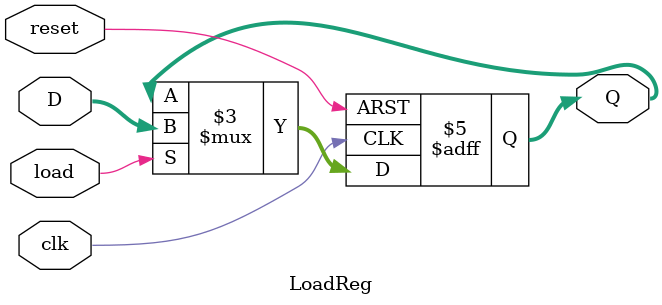
<source format=v>
`timescale 1ns / 1ps
/***************************************************************************
*
* Author: 	TrieuVy Le
* Filename: LoadReg 
* Date: 	Feb. 26, 2019
* Version:	1
*
* Notes:    The register allows data in to output only if load is enabled. 
* Otherwise data out is held at its previous value. Reset will zeros the array. 
*
***************************************************************************/
module LoadReg(clk, reset, load, D, Q);
	
	/**********************************************************************
	* Initilize input, output, and register used within the module.
	* Registers are to use non-blocking assignment. 
	* Always block to cycle the loop at positive edge of the clock. 
	* Continuous assignment to output the enabled data. 
	**********************************************************************/
	input 	      clk, reset, load;
	input [31:0]  D;
	
	output reg [31:0] Q;
	
	
	always @(posedge clk or posedge reset) begin
		if      (reset)  Q <= 32'h0;
		else if (load)   	  Q <= D;
		else 		        Q <= Q;
	end
	
endmodule

</source>
